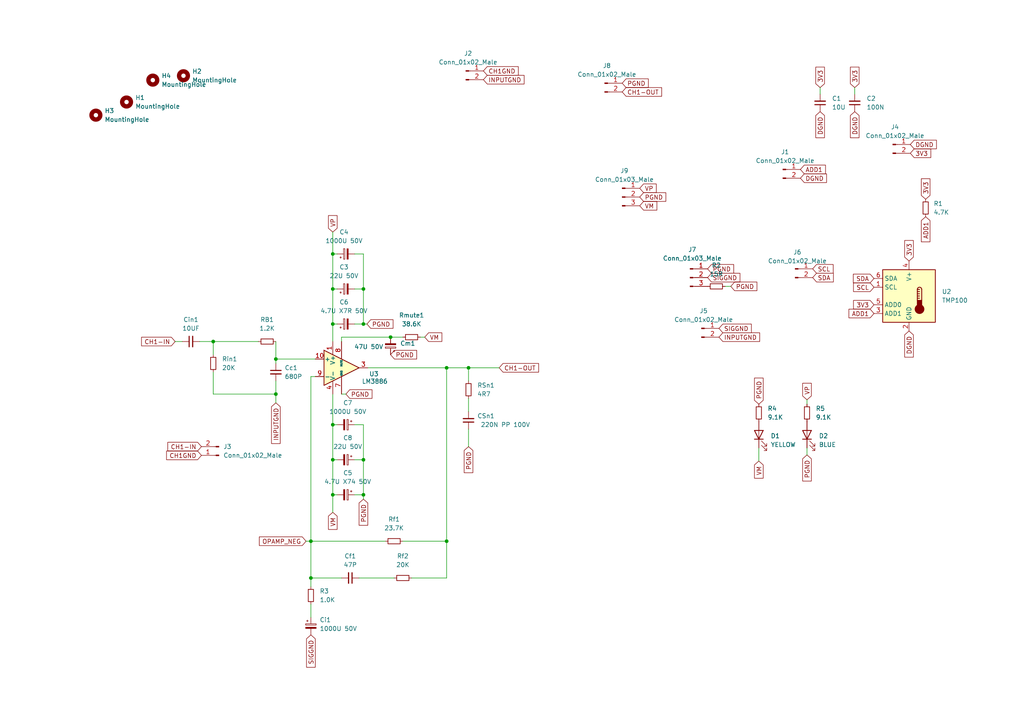
<source format=kicad_sch>
(kicad_sch (version 20230121) (generator eeschema)
  (paper "A4")
  (lib_symbols
    (symbol "Amplifier_Audio:LM3886" (pin_names (offset 0.127))
      (property "Reference" "U" (at 5.08 6.35 0))
      (property "Value" "LM3886" (at 5.08 3.81 0))
      (symbol "LM3886_0_1"
        (polyline (pts (xy -5.08 5.08) (xy 5.08 0) (xy -5.08 -5.08) (xy -5.08 5.08)) (stroke (width 0.254)) (fill (type background)))
      )
      (symbol "LM3886_1_1"
        (pin power_in line (at -2.54 7.62 270) (length 3.81) (name "V+") (number "1"))
        (pin input line (at -7.62 2.54 0) (length 2.54) (name "+") (number "10"))
        (pin no_connect line (at 2.54 2.54 270) (length 2.54) hide (name "NC") (number "11"))
        (pin no_connect line (at -2.54 2.54 270) (length 2.54) hide (name "NC") (number "2"))
        (pin output line (at 7.62 0 180) (length 2.54) (name "~") (number "3"))
        (pin power_in line (at -2.54 -7.62 90) (length 3.81) (name "V-") (number "4"))
        (pin passive line (at -2.54 7.62 270) (length 3.81) hide (name "V+") (number "5"))
        (pin no_connect line (at 0 2.54 270) (length 2.54) hide (name "NC") (number "6"))
        (pin power_in line (at 0 -7.62 90) (length 5.08) (name "GND") (number "7"))
        (pin input line (at 0 7.62 270) (length 5.08) (name "MUTE") (number "8"))
        (pin input line (at -7.62 -2.54 0) (length 2.54) (name "-") (number "9"))
      )
    )
    (symbol "Connector:Conn_01x02_Male" (pin_names (offset 1.016) hide)
      (property "Reference" "J" (at 0 2.54 0))
      (property "Value" "Conn_01x02_Male" (at 0 -5.08 0))
      (symbol "Conn_01x02_Male_1_1"
        (polyline (pts (xy 1.27 -2.54) (xy 0.8636 -2.54)) (stroke (width 0.1524)))
        (polyline (pts (xy 1.27 0) (xy 0.8636 0)) (stroke (width 0.1524)))
        (rectangle (start 0.8636 -2.413) (end 0 -2.667) (stroke (width 0.1524)) (fill (type outline)))
        (rectangle (start 0.8636 0.127) (end 0 -0.127) (stroke (width 0.1524)) (fill (type outline)))
        (pin passive line (at 5.08 0 180) (length 3.81) (name "Pin_1") (number "1"))
        (pin passive line (at 5.08 -2.54 180) (length 3.81) (name "Pin_2") (number "2"))
      )
    )
    (symbol "Connector:Conn_01x03_Male" (pin_names (offset 1.016) hide)
      (property "Reference" "J" (at 0 5.08 0))
      (property "Value" "Conn_01x03_Male" (at 0 -5.08 0))
      (symbol "Conn_01x03_Male_1_1"
        (polyline (pts (xy 1.27 -2.54) (xy 0.8636 -2.54)) (stroke (width 0.1524)))
        (polyline (pts (xy 1.27 0) (xy 0.8636 0)) (stroke (width 0.1524)))
        (polyline (pts (xy 1.27 2.54) (xy 0.8636 2.54)) (stroke (width 0.1524)))
        (rectangle (start 0.8636 -2.413) (end 0 -2.667) (stroke (width 0.1524)) (fill (type outline)))
        (rectangle (start 0.8636 0.127) (end 0 -0.127) (stroke (width 0.1524)) (fill (type outline)))
        (rectangle (start 0.8636 2.667) (end 0 2.413) (stroke (width 0.1524)) (fill (type outline)))
        (pin passive line (at 5.08 2.54 180) (length 3.81) (name "Pin_1") (number "1"))
        (pin passive line (at 5.08 0 180) (length 3.81) (name "Pin_2") (number "2"))
        (pin passive line (at 5.08 -2.54 180) (length 3.81) (name "Pin_3") (number "3"))
      )
    )
    (symbol "Device:C_Polarized_Small" (pin_numbers hide) (pin_names (offset 0.254) hide)
      (property "Reference" "C" (at 0.254 1.778 0))
      (property "Value" "C_Polarized_Small" (at 0.254 -2.032 0))
      (symbol "C_Polarized_Small_0_1"
        (rectangle (start -1.524 -0.3048) (end 1.524 -0.6858) (fill (type outline)))
        (rectangle (start -1.524 0.6858) (end 1.524 0.3048))
        (polyline (pts (xy -1.27 1.524) (xy -0.762 1.524)))
        (polyline (pts (xy -1.016 1.27) (xy -1.016 1.778)))
      )
      (symbol "C_Polarized_Small_1_1"
        (pin passive line (at 0 2.54 270) (length 1.8542) (name "~") (number "1"))
        (pin passive line (at 0 -2.54 90) (length 1.8542) (name "~") (number "2"))
      )
    )
    (symbol "Device:C_Small" (pin_numbers hide) (pin_names (offset 0.254) hide)
      (property "Reference" "C" (at 0.254 1.778 0))
      (property "Value" "C_Small" (at 0.254 -2.032 0))
      (symbol "C_Small_0_1"
        (polyline (pts (xy -1.524 -0.508) (xy 1.524 -0.508)) (stroke (width 0.3302)))
        (polyline (pts (xy -1.524 0.508) (xy 1.524 0.508)) (stroke (width 0.3048)))
      )
      (symbol "C_Small_1_1"
        (pin passive line (at 0 2.54 270) (length 2.032) (name "~") (number "1"))
        (pin passive line (at 0 -2.54 90) (length 2.032) (name "~") (number "2"))
      )
    )
    (symbol "Device:LED" (pin_numbers hide) (pin_names (offset 1.016) hide)
      (property "Reference" "D" (at 0 2.54 0))
      (property "Value" "LED" (at 0 -2.54 0))
      (symbol "LED_0_1"
        (polyline (pts (xy -1.27 -1.27) (xy -1.27 1.27)) (stroke (width 0.254)))
        (polyline (pts (xy -1.27 0) (xy 1.27 0)))
        (polyline (pts (xy 1.27 -1.27) (xy 1.27 1.27) (xy -1.27 0) (xy 1.27 -1.27)) (stroke (width 0.254)))
        (polyline (pts (xy -3.048 -0.762) (xy -4.572 -2.286) (xy -3.81 -2.286) (xy -4.572 -2.286) (xy -4.572 -1.524)))
        (polyline (pts (xy -1.778 -0.762) (xy -3.302 -2.286) (xy -2.54 -2.286) (xy -3.302 -2.286) (xy -3.302 -1.524)))
      )
      (symbol "LED_1_1"
        (pin passive line (at -3.81 0 0) (length 2.54) (name "K") (number "1"))
        (pin passive line (at 3.81 0 180) (length 2.54) (name "A") (number "2"))
      )
    )
    (symbol "Device:R_Small" (pin_numbers hide) (pin_names (offset 0.254) hide)
      (property "Reference" "R" (at 0.762 0.508 0))
      (property "Value" "R_Small" (at 0.762 -1.016 0))
      (symbol "R_Small_0_1"
        (rectangle (start -0.762 1.778) (end 0.762 -1.778) (stroke (width 0.2032)))
      )
      (symbol "R_Small_1_1"
        (pin passive line (at 0 2.54 270) (length 0.762) (name "~") (number "1"))
        (pin passive line (at 0 -2.54 90) (length 0.762) (name "~") (number "2"))
      )
    )
    (symbol "Mechanical:MountingHole" (pin_names (offset 1.016))
      (property "Reference" "H" (at 0 5.08 0))
      (property "Value" "MountingHole" (at 0 3.175 0))
      (symbol "MountingHole_0_1"
        (circle (center 0 0) (radius 1.27) (stroke (width 1.27)))
      )
    )
    (symbol "Sensor_Temperature:TMP100"
      (property "Reference" "U" (at 10.16 6.35 0))
      (property "Value" "TMP100" (at 12.7 3.81 0))
      (symbol "TMP100_0_1"
        (rectangle (start -7.62 7.62) (end 7.62 -7.62) (stroke (width 0.254)) (fill (type background)))
      )
      (symbol "TMP100_1_1"
        (polyline (pts (xy 2.413 -0.635) (xy 3.048 -0.635)) (stroke (width 0.254)))
        (polyline (pts (xy 2.413 0) (xy 3.048 0)) (stroke (width 0.254)))
        (polyline (pts (xy 2.413 0.635) (xy 3.048 0.635)) (stroke (width 0.254)))
        (polyline (pts (xy 2.413 1.27) (xy 3.048 1.27)) (stroke (width 0.254)))
        (polyline (pts (xy 2.413 1.905) (xy 2.413 -1.27)) (stroke (width 0.254)))
        (polyline (pts (xy 2.413 1.905) (xy 3.048 1.905)) (stroke (width 0.254)))
        (polyline (pts (xy 3.683 1.905) (xy 3.683 -1.27)) (stroke (width 0.254)))
        (circle (center 3.048 -3.81) (radius 1.27) (stroke (width 0.254)) (fill (type outline)))
        (rectangle (start 3.683 -3.175) (end 2.413 -1.27) (stroke (width 0.254)) (fill (type outline)))
        (arc (start 3.683 1.905) (mid 3.048 2.5373) (end 2.413 1.905) (stroke (width 0.254)))
        (pin input line (at -10.16 2.54 0) (length 2.54) (name "SCL") (number "1"))
        (pin power_in line (at 0 -10.16 90) (length 2.54) (name "GND") (number "2"))
        (pin input line (at -10.16 -5.08 0) (length 2.54) (name "ADD1") (number "3"))
        (pin power_in line (at 0 10.16 270) (length 2.54) (name "V+") (number "4"))
        (pin input line (at -10.16 -2.54 0) (length 2.54) (name "ADD0") (number "5"))
        (pin bidirectional line (at -10.16 5.08 0) (length 2.54) (name "SDA") (number "6"))
      )
    )
  )
  (junction (at 80.01 104.14))
  (junction (at 96.52 83.82))
  (junction (at 129.54 106.68))
  (junction (at 96.52 123.19))
  (junction (at 135.89 106.68))
  (junction (at 129.54 156.972))
  (junction (at 80.01 114.3))
  (junction (at 90.17 156.972))
  (junction (at 105.41 83.82))
  (junction (at 90.17 167.64))
  (junction (at 105.41 93.98))
  (junction (at 96.52 73.66))
  (junction (at 61.849 99.06))
  (junction (at 105.41 133.35))
  (junction (at 96.52 143.51))
  (junction (at 96.52 93.98))
  (junction (at 96.52 133.35))
  (junction (at 105.41 143.51))
  (junction (at 113.284 97.79))
  (wire (pts (xy 90.17 156.972) (xy 90.17 167.64)))
  (wire (pts (xy 116.84 156.972) (xy 129.54 156.972)))
  (wire (pts (xy 102.87 133.35) (xy 105.41 133.35)))
  (wire (pts (xy 80.01 104.14) (xy 91.44 104.14)))
  (wire (pts (xy 105.41 83.82) (xy 105.41 93.98)))
  (wire (pts (xy 135.89 115.57) (xy 135.89 119.38)))
  (wire (pts (xy 90.17 156.972) (xy 111.76 156.972)))
  (wire (pts (xy 121.92 97.79) (xy 123.19 97.79)))
  (wire (pts (xy 80.01 104.14) (xy 80.01 99.06)))
  (wire (pts (xy 61.849 114.3) (xy 80.01 114.3)))
  (wire (pts (xy 135.89 106.68) (xy 135.89 110.49)))
  (wire (pts (xy 88.773 156.972) (xy 90.17 156.972)))
  (wire (pts (xy 96.52 133.35) (xy 96.52 143.51)))
  (wire (pts (xy 96.52 123.19) (xy 96.52 133.35)))
  (wire (pts (xy 105.41 143.51) (xy 105.41 144.78)))
  (wire (pts (xy 129.54 106.68) (xy 129.54 156.972)))
  (wire (pts (xy 96.52 133.35) (xy 97.79 133.35)))
  (wire (pts (xy 129.54 156.972) (xy 129.54 167.64)))
  (wire (pts (xy 237.871 27.305) (xy 237.871 25.4)))
  (wire (pts (xy 105.41 73.66) (xy 105.41 83.82)))
  (wire (pts (xy 90.17 109.22) (xy 90.17 156.972)))
  (wire (pts (xy 119.38 167.64) (xy 129.54 167.64)))
  (wire (pts (xy 80.01 104.14) (xy 80.01 105.41)))
  (wire (pts (xy 105.41 93.98) (xy 106.426 93.98)))
  (wire (pts (xy 113.284 97.79) (xy 116.84 97.79)))
  (wire (pts (xy 96.52 143.51) (xy 97.79 143.51)))
  (wire (pts (xy 99.06 114.3) (xy 100.33 114.3)))
  (wire (pts (xy 102.87 73.66) (xy 105.41 73.66)))
  (wire (pts (xy 247.904 27.305) (xy 247.904 25.4)))
  (wire (pts (xy 50.8 99.06) (xy 52.832 99.06)))
  (wire (pts (xy 99.06 97.79) (xy 113.284 97.79)))
  (wire (pts (xy 61.849 99.06) (xy 61.849 102.87)))
  (wire (pts (xy 129.54 106.68) (xy 135.89 106.68)))
  (wire (pts (xy 96.52 83.82) (xy 97.79 83.82)))
  (wire (pts (xy 99.06 167.64) (xy 90.17 167.64)))
  (wire (pts (xy 102.87 143.51) (xy 105.41 143.51)))
  (wire (pts (xy 105.41 133.35) (xy 105.41 143.51)))
  (wire (pts (xy 96.52 73.66) (xy 96.52 83.82)))
  (wire (pts (xy 96.52 73.66) (xy 97.79 73.66)))
  (wire (pts (xy 105.41 123.19) (xy 105.41 133.35)))
  (wire (pts (xy 135.89 106.68) (xy 144.78 106.68)))
  (wire (pts (xy 220.091 133.731) (xy 220.091 129.921)))
  (wire (pts (xy 234.061 131.953) (xy 234.061 129.921)))
  (wire (pts (xy 61.849 107.95) (xy 61.849 114.3)))
  (wire (pts (xy 57.912 99.06) (xy 61.849 99.06)))
  (wire (pts (xy 91.44 109.22) (xy 90.17 109.22)))
  (wire (pts (xy 96.52 83.82) (xy 96.52 93.98)))
  (wire (pts (xy 135.89 124.46) (xy 135.89 129.54)))
  (wire (pts (xy 96.52 123.19) (xy 97.79 123.19)))
  (wire (pts (xy 80.01 114.3) (xy 80.01 110.49)))
  (wire (pts (xy 99.06 97.79) (xy 99.06 99.06)))
  (wire (pts (xy 102.87 83.82) (xy 105.41 83.82)))
  (wire (pts (xy 210.312 83.058) (xy 211.963 83.058)))
  (wire (pts (xy 90.17 175.26) (xy 90.17 179.07)))
  (wire (pts (xy 90.17 167.64) (xy 90.17 170.18)))
  (wire (pts (xy 102.87 93.98) (xy 105.41 93.98)))
  (wire (pts (xy 96.52 114.3) (xy 96.52 123.19)))
  (wire (pts (xy 106.68 106.68) (xy 129.54 106.68)))
  (wire (pts (xy 96.52 93.98) (xy 97.79 93.98)))
  (wire (pts (xy 96.52 143.51) (xy 96.52 148.59)))
  (wire (pts (xy 80.01 114.3) (xy 80.01 116.84)))
  (wire (pts (xy 104.14 167.64) (xy 114.3 167.64)))
  (wire (pts (xy 102.87 123.19) (xy 105.41 123.19)))
  (wire (pts (xy 234.061 115.951) (xy 234.061 117.221)))
  (wire (pts (xy 61.849 99.06) (xy 74.93 99.06)))
  (wire (pts (xy 96.52 93.98) (xy 96.52 99.06)))
  (wire (pts (xy 96.52 67.31) (xy 96.52 73.66)))
  (global_label "3V3" (shape input) (at 264.033 44.45 0) (property "Intersheetrefs" "${INTERSHEET_REFS}" (effects hide)))
  (global_label "ADD1" (shape input) (at 232.156 49.149 0) (property "Intersheetrefs" "${INTERSHEET_REFS}" (effects hide)))
  (global_label "CH1-OUT" (shape input) (at 144.78 106.68 0) (property "Intersheetrefs" "${INTERSHEET_REFS}" (effects hide)))
  (global_label "VP" (shape input) (at 234.061 115.951 90) (property "Intersheetrefs" "${INTERSHEET_REFS}" (effects hide)))
  (global_label "PGND" (shape input) (at 234.061 131.953 270) (property "Intersheetrefs" "${INTERSHEET_REFS}" (effects hide)))
  (global_label "DGND" (shape input) (at 237.871 32.385 270) (property "Intersheetrefs" "${INTERSHEET_REFS}" (effects hide)))
  (global_label "DGND" (shape input) (at 247.904 32.385 270) (property "Intersheetrefs" "${INTERSHEET_REFS}" (effects hide)))
  (global_label "PGND" (shape input) (at 105.41 144.78 270) (property "Intersheetrefs" "${INTERSHEET_REFS}" (effects hide)))
  (global_label "CH1-IN" (shape input) (at 58.42 129.54 180) (property "Intersheetrefs" "${INTERSHEET_REFS}" (effects hide)))
  (global_label "PGND" (shape input) (at 185.547 57.15 0) (property "Intersheetrefs" "${INTERSHEET_REFS}" (effects hide)))
  (global_label "CH1-IN" (shape input) (at 50.8 99.06 180) (property "Intersheetrefs" "${INTERSHEET_REFS}" (effects hide)))
  (global_label "PGND" (shape input) (at 211.963 83.058 0) (property "Intersheetrefs" "${INTERSHEET_REFS}" (effects hide)))
  (global_label "VP" (shape input) (at 185.547 54.61 0) (property "Intersheetrefs" "${INTERSHEET_REFS}" (effects hide)))
  (global_label "3V3" (shape input) (at 247.904 25.4 90) (property "Intersheetrefs" "${INTERSHEET_REFS}" (effects hide)))
  (global_label "SIGGND" (shape input) (at 90.17 184.15 270) (property "Intersheetrefs" "${INTERSHEET_REFS}" (effects hide)))
  (global_label "SIGGND" (shape input) (at 205.232 80.518 0) (property "Intersheetrefs" "${INTERSHEET_REFS}" (effects hide)))
  (global_label "OPAMP_NEG" (shape input) (at 88.773 156.972 180) (property "Intersheetrefs" "${INTERSHEET_REFS}" (effects hide)))
  (global_label "PGND" (shape input) (at 113.284 102.87 0) (property "Intersheetrefs" "${INTERSHEET_REFS}" (effects hide)))
  (global_label "PGND" (shape input) (at 205.232 77.978 0) (property "Intersheetrefs" "${INTERSHEET_REFS}" (effects hide)))
  (global_label "3V3" (shape input) (at 237.871 25.4 90) (property "Intersheetrefs" "${INTERSHEET_REFS}" (effects hide)))
  (global_label "DGND" (shape input) (at 264.033 41.91 0) (property "Intersheetrefs" "${INTERSHEET_REFS}" (effects hide)))
  (global_label "VM" (shape input) (at 185.547 59.69 0) (property "Intersheetrefs" "${INTERSHEET_REFS}" (effects hide)))
  (global_label "INPUTGND" (shape input) (at 140.208 23.114 0) (property "Intersheetrefs" "${INTERSHEET_REFS}" (effects hide)))
  (global_label "PGND" (shape input) (at 100.33 114.3 0) (property "Intersheetrefs" "${INTERSHEET_REFS}" (effects hide)))
  (global_label "SDA" (shape input) (at 235.712 80.518 0) (property "Intersheetrefs" "${INTERSHEET_REFS}" (effects hide)))
  (global_label "VM" (shape input) (at 220.091 133.731 270) (property "Intersheetrefs" "${INTERSHEET_REFS}" (effects hide)))
  (global_label "VP" (shape input) (at 96.52 67.31 90) (property "Intersheetrefs" "${INTERSHEET_REFS}" (effects hide)))
  (global_label "SIGGND" (shape input) (at 208.534 95.25 0) (property "Intersheetrefs" "${INTERSHEET_REFS}" (effects hide)))
  (global_label "3V3" (shape input) (at 268.478 57.785 90) (property "Intersheetrefs" "${INTERSHEET_REFS}" (effects hide)))
  (global_label "ADD1" (shape input) (at 268.478 62.865 270) (property "Intersheetrefs" "${INTERSHEET_REFS}" (effects hide)))
  (global_label "3V3" (shape input) (at 253.492 88.392 180) (property "Intersheetrefs" "${INTERSHEET_REFS}" (effects hide)))
  (global_label "PGND" (shape input) (at 220.091 117.221 90) (property "Intersheetrefs" "${INTERSHEET_REFS}" (effects hide)))
  (global_label "CH1GND" (shape input) (at 58.42 132.08 180) (property "Intersheetrefs" "${INTERSHEET_REFS}" (effects hide)))
  (global_label "CH1GND" (shape input) (at 140.208 20.574 0) (property "Intersheetrefs" "${INTERSHEET_REFS}" (effects hide)))
  (global_label "DGND" (shape input) (at 263.652 96.012 270) (property "Intersheetrefs" "${INTERSHEET_REFS}" (effects hide)))
  (global_label "PGND" (shape input) (at 106.426 93.98 0) (property "Intersheetrefs" "${INTERSHEET_REFS}" (effects hide)))
  (global_label "INPUTGND" (shape input) (at 80.01 116.84 270) (property "Intersheetrefs" "${INTERSHEET_REFS}" (effects hide)))
  (global_label "VM" (shape input) (at 123.19 97.79 0) (property "Intersheetrefs" "${INTERSHEET_REFS}" (effects hide)))
  (global_label "VM" (shape input) (at 96.52 148.59 270) (property "Intersheetrefs" "${INTERSHEET_REFS}" (effects hide)))
  (global_label "CH1-OUT" (shape input) (at 180.467 26.67 0) (property "Intersheetrefs" "${INTERSHEET_REFS}" (effects hide)))
  (global_label "3V3" (shape input) (at 263.652 75.692 90) (property "Intersheetrefs" "${INTERSHEET_REFS}" (effects hide)))
  (global_label "SDA" (shape input) (at 253.492 80.772 180) (property "Intersheetrefs" "${INTERSHEET_REFS}" (effects hide)))
  (global_label "SCL" (shape input) (at 235.712 77.978 0) (property "Intersheetrefs" "${INTERSHEET_REFS}" (effects hide)))
  (global_label "ADD1" (shape input) (at 253.492 90.932 180) (property "Intersheetrefs" "${INTERSHEET_REFS}" (effects hide)))
  (global_label "INPUTGND" (shape input) (at 208.534 97.79 0) (property "Intersheetrefs" "${INTERSHEET_REFS}" (effects hide)))
  (global_label "SCL" (shape input) (at 253.492 83.312 180) (property "Intersheetrefs" "${INTERSHEET_REFS}" (effects hide)))
  (global_label "DGND" (shape input) (at 232.156 51.689 0) (property "Intersheetrefs" "${INTERSHEET_REFS}" (effects hide)))
  (global_label "PGND" (shape input) (at 180.467 24.13 0) (property "Intersheetrefs" "${INTERSHEET_REFS}" (effects hide)))
  (global_label "PGND" (shape input) (at 135.89 129.54 270) (property "Intersheetrefs" "${INTERSHEET_REFS}" (effects hide)))
  (symbol (lib_id "Connector:Conn_01x03_Male") (at 180.467 57.15 0) (unit 1)
    (property "Reference" "J9" (at 181.102 49.53 0))
    (property "Value" "Conn_01x03_Male" (at 181.102 52.07 0))
    (property "Footprint" "Connector_JST:JST_VH_B3P-VH-B_1x03_P3.96mm_Vertical" (effects hide))
  )
  (symbol (lib_id "Device:R_Small") (at 234.061 119.761 180) (unit 1)
    (property "Reference" "R5" (at 236.601 118.4909 0) (effects (justify right)))
    (property "Value" "9.1K" (at 236.601 121.0309 0) (effects (justify right)))
    (property "Footprint" "Resistor_SMD:R_0805_2012Metric_Pad1.20x1.40mm_HandSolder" (effects hide))
  )
  (symbol (lib_id "Device:C_Polarized_Small") (at 100.33 143.51 270) (unit 1)
    (property "Reference" "C5" (at 100.8761 137.16 90))
    (property "Value" "4.7U X74 50V" (at 100.8761 139.7 90))
    (property "Footprint" "Capacitor_THT:C_Disc_D6.0mm_W4.4mm_P5.00mm" (effects hide))
  )
  (symbol (lib_id "Mechanical:MountingHole") (at 44.323 23.241 0) (unit 1)
    (property "Reference" "H4" (at 46.863 21.9709 0) (effects (justify left)))
    (property "Value" "MountingHole" (at 46.863 24.5109 0) (effects (justify left)))
    (property "Footprint" "MountingHole:MountingHole_3mm" (effects hide))
  )
  (symbol (lib_id "Device:R_Small") (at 207.772 83.058 90) (unit 1)
    (property "Reference" "R2" (at 207.772 76.962 90))
    (property "Value" "15R" (at 207.772 79.502 90))
    (property "Footprint" "Resistor_SMD:R_0805_2012Metric_Pad1.20x1.40mm_HandSolder" (effects hide))
  )
  (symbol (lib_id "Device:C_Polarized_Small") (at 90.17 181.61 0) (unit 1)
    (property "Reference" "Ci1" (at 92.71 179.7939 0) (effects (justify left)))
    (property "Value" "1000U 50V" (at 92.71 182.3339 0) (effects (justify left)))
    (property "Footprint" "Capacitor_THT:CP_Radial_D16.0mm_P7.50mm" (effects hide))
  )
  (symbol (lib_id "Device:R_Small") (at 135.89 113.03 180) (unit 1)
    (property "Reference" "RSn1" (at 138.43 111.7599 0) (effects (justify right)))
    (property "Value" "4R7" (at 138.43 114.2999 0) (effects (justify right)))
    (property "Footprint" "Resistor_THT:R_Axial_DIN0411_L9.9mm_D3.6mm_P12.70mm_Horizontal" (effects hide))
  )
  (symbol (lib_id "Device:R_Small") (at 114.3 156.972 270) (unit 1)
    (property "Reference" "Rf1" (at 114.3 150.622 90))
    (property "Value" "23.7K" (at 114.3 153.162 90))
    (property "Footprint" "Resistor_THT:R_Axial_DIN0207_L6.3mm_D2.5mm_P10.16mm_Horizontal" (effects hide))
  )
  (symbol (lib_id "Device:R_Small") (at 268.478 60.325 0) (unit 1)
    (property "Reference" "R1" (at 270.764 59.0549 0) (effects (justify left)))
    (property "Value" "4.7K" (at 270.764 61.5949 0) (effects (justify left)))
    (property "Footprint" "Resistor_SMD:R_0603_1608Metric_Pad0.98x0.95mm_HandSolder" (effects hide))
  )
  (symbol (lib_id "Connector:Conn_01x02_Male") (at 63.5 132.08 180) (unit 1)
    (property "Reference" "J3" (at 64.77 129.5399 0) (effects (justify right)))
    (property "Value" "Conn_01x02_Male" (at 64.77 132.0799 0) (effects (justify right)))
    (property "Footprint" "Connector_JST:JST_PH_B2B-PH-K_1x02_P2.00mm_Vertical" (effects hide))
  )
  (symbol (lib_id "Device:R_Small") (at 90.17 172.72 0) (unit 1)
    (property "Reference" "R3" (at 92.71 171.4499 0) (effects (justify left)))
    (property "Value" "1.0K" (at 92.71 173.9899 0) (effects (justify left)))
    (property "Footprint" "Resistor_THT:R_Axial_DIN0207_L6.3mm_D2.5mm_P10.16mm_Horizontal" (effects hide))
  )
  (symbol (lib_id "Device:C_Small") (at 55.372 99.06 90) (unit 1)
    (property "Reference" "Cin1" (at 55.3783 92.71 90))
    (property "Value" "10UF" (at 55.3783 95.25 90))
    (property "Footprint" "Capacitor_THT:CP_Radial_D5.0mm_P2.00mm" (effects hide))
  )
  (symbol (lib_id "Mechanical:MountingHole") (at 27.813 33.401 0) (unit 1)
    (property "Reference" "H3" (at 30.353 32.1309 0) (effects (justify left)))
    (property "Value" "MountingHole" (at 30.353 34.6709 0) (effects (justify left)))
    (property "Footprint" "MountingHole:MountingHole_3mm" (effects hide))
  )
  (symbol (lib_id "Device:R_Small") (at 116.84 167.64 270) (unit 1)
    (property "Reference" "Rf2" (at 116.84 161.29 90))
    (property "Value" "20K" (at 116.84 163.83 90))
    (property "Footprint" "Resistor_THT:R_Axial_DIN0207_L6.3mm_D2.5mm_P10.16mm_Horizontal" (effects hide))
  )
  (symbol (lib_id "Device:R_Small") (at 220.091 119.761 180) (unit 1)
    (property "Reference" "R4" (at 222.631 118.4909 0) (effects (justify right)))
    (property "Value" "9.1K" (at 222.631 121.0309 0) (effects (justify right)))
    (property "Footprint" "Resistor_SMD:R_0805_2012Metric_Pad1.20x1.40mm_HandSolder" (effects hide))
  )
  (symbol (lib_id "Device:C_Small") (at 237.871 29.845 180) (unit 1)
    (property "Reference" "C1" (at 241.3 28.5685 0) (effects (justify right)))
    (property "Value" "10U" (at 241.3 31.1085 0) (effects (justify right)))
    (property "Footprint" "Resistor_SMD:R_1206_3216Metric_Pad1.30x1.75mm_HandSolder" (effects hide))
  )
  (symbol (lib_id "Mechanical:MountingHole") (at 36.703 29.591 0) (unit 1)
    (property "Reference" "H1" (at 39.243 28.3209 0) (effects (justify left)))
    (property "Value" "MountingHole" (at 39.243 30.8609 0) (effects (justify left)))
    (property "Footprint" "MountingHole:MountingHole_3mm" (effects hide))
  )
  (symbol (lib_id "Connector:Conn_01x02_Male") (at 230.632 77.978 0) (unit 1)
    (property "Reference" "J6" (at 231.267 73.152 0))
    (property "Value" "Conn_01x02_Male" (at 231.267 75.692 0))
    (property "Footprint" "Connector_JST:JST_PH_B2B-PH-K_1x02_P2.00mm_Vertical" (effects hide))
  )
  (symbol (lib_id "Device:LED") (at 220.091 126.111 90) (unit 1)
    (property "Reference" "D1" (at 223.52 126.4284 90) (effects (justify right)))
    (property "Value" "YELLOW" (at 223.52 128.9684 90) (effects (justify right)))
    (property "Footprint" "LED_SMD:LED_0805_2012Metric_Pad1.15x1.40mm_HandSolder" (effects hide))
  )
  (symbol (lib_id "Device:R_Small") (at 61.849 105.41 180) (unit 1)
    (property "Reference" "Rin1" (at 64.389 104.1399 0) (effects (justify right)))
    (property "Value" "20K" (at 64.389 106.6799 0) (effects (justify right)))
    (property "Footprint" "Resistor_THT:R_Axial_DIN0207_L6.3mm_D2.5mm_P10.16mm_Horizontal" (effects hide))
  )
  (symbol (lib_id "Device:C_Small") (at 101.6 167.64 270) (unit 1)
    (property "Reference" "Cf1" (at 101.5936 161.29 90))
    (property "Value" "47P" (at 101.5936 163.83 90))
    (property "Footprint" "Capacitor_THT:C_Disc_D9.0mm_W5.0mm_P7.50mm" (effects hide))
  )
  (symbol (lib_id "Connector:Conn_01x02_Male") (at 135.128 20.574 0) (unit 1)
    (property "Reference" "J2" (at 135.763 15.494 0))
    (property "Value" "Conn_01x02_Male" (at 135.763 18.034 0))
    (property "Footprint" "Connector_PinHeader_2.54mm:PinHeader_1x02_P2.54mm_Vertical" (effects hide))
  )
  (symbol (lib_id "Mechanical:MountingHole") (at 53.213 21.971 0) (unit 1)
    (property "Reference" "H2" (at 55.753 20.7009 0) (effects (justify left)))
    (property "Value" "MountingHole" (at 55.753 23.2409 0) (effects (justify left)))
    (property "Footprint" "MountingHole:MountingHole_3mm" (effects hide))
  )
  (symbol (lib_id "Connector:Conn_01x02_Male") (at 175.387 24.13 0) (unit 1)
    (property "Reference" "J8" (at 176.022 19.05 0))
    (property "Value" "Conn_01x02_Male" (at 176.022 21.59 0))
    (property "Footprint" "Connector_JST:JST_VH_B2P-VH_1x02_P3.96mm_Vertical" (effects hide))
  )
  (symbol (lib_id "Connector:Conn_01x02_Male") (at 203.454 95.25 0) (unit 1)
    (property "Reference" "J5" (at 204.089 90.17 0))
    (property "Value" "Conn_01x02_Male" (at 204.089 92.71 0))
    (property "Footprint" "Connector_PinHeader_2.54mm:PinHeader_1x02_P2.54mm_Vertical" (effects hide))
  )
  (symbol (lib_id "Device:C_Polarized_Small") (at 100.33 83.82 90) (unit 1)
    (property "Reference" "C3" (at 99.7839 77.47 90))
    (property "Value" "22U 50V" (at 99.7839 80.01 90))
    (property "Footprint" "Capacitor_THT:CP_Radial_D6.3mm_P2.50mm" (effects hide))
  )
  (symbol (lib_id "Connector:Conn_01x02_Male") (at 258.953 41.91 0) (unit 1)
    (property "Reference" "J4" (at 259.588 36.83 0))
    (property "Value" "Conn_01x02_Male" (at 259.588 39.37 0))
    (property "Footprint" "Connector_JST:JST_PH_B2B-PH-K_1x02_P2.00mm_Vertical" (effects hide))
  )
  (symbol (lib_id "Device:C_Small") (at 247.904 29.845 180) (unit 1)
    (property "Reference" "C2" (at 251.333 28.5685 0) (effects (justify right)))
    (property "Value" "100N" (at 251.333 31.1085 0) (effects (justify right)))
    (property "Footprint" "Resistor_SMD:R_0805_2012Metric_Pad1.20x1.40mm_HandSolder" (effects hide))
  )
  (symbol (lib_id "Device:C_Small") (at 135.89 121.92 180) (unit 1)
    (property "Reference" "CSn1" (at 138.43 120.6435 0) (effects (justify right)))
    (property "Value" " 220N PP 100V" (at 138.43 123.1835 0) (effects (justify right)))
    (property "Footprint" "Capacitor_THT:C_Rect_L18.0mm_W7.0mm_P15.00mm_FKS3_FKP3" (effects hide))
  )
  (symbol (lib_id "Amplifier_Audio:LM3886") (at 99.06 106.68 0) (unit 1)
    (property "Reference" "U3" (at 108.458 108.458 0))
    (property "Value" "LM3886" (at 108.712 110.617 0))
    (property "Footprint" "Package_TO_SOT_THT:TO-220-11_P3.4x5.08mm_StaggerOdd_Lead4.85mm_Vertical" (effects hide))
    (property "Datasheet" "http://www.ti.com/lit/ds/symlink/lm3886.pdf" (effects hide))
  )
  (symbol (lib_id "Device:C_Polarized_Small") (at 113.284 100.33 180) (unit 1)
    (property "Reference" "Cm1" (at 116.078 99.606 0) (effects (justify right)))
    (property "Value" "47U 50V" (at 102.743 100.584 0) (effects (justify right)))
    (property "Footprint" "Capacitor_THT:CP_Radial_D6.3mm_P2.50mm" (effects hide))
  )
  (symbol (lib_id "Device:LED") (at 234.061 126.111 90) (unit 1)
    (property "Reference" "D2" (at 237.49 126.4284 90) (effects (justify right)))
    (property "Value" "BLUE" (at 237.49 128.9684 90) (effects (justify right)))
    (property "Footprint" "LED_SMD:LED_0805_2012Metric_Pad1.15x1.40mm_HandSolder" (effects hide))
  )
  (symbol (lib_id "Device:C_Polarized_Small") (at 100.33 93.98 90) (unit 1)
    (property "Reference" "C6" (at 99.7839 87.63 90))
    (property "Value" "4.7U X7R 50V" (at 99.7839 90.17 90))
    (property "Footprint" "Capacitor_THT:C_Disc_D6.0mm_W4.4mm_P5.00mm" (effects hide))
  )
  (symbol (lib_id "Device:R_Small") (at 119.38 97.79 90) (unit 1)
    (property "Reference" "Rmute1" (at 119.38 91.44 90))
    (property "Value" "38.6K" (at 119.38 93.98 90))
    (property "Footprint" "Resistor_THT:R_Axial_DIN0207_L6.3mm_D2.5mm_P10.16mm_Horizontal" (effects hide))
  )
  (symbol (lib_id "Connector:Conn_01x02_Male") (at 227.076 49.149 0) (unit 1)
    (property "Reference" "J1" (at 227.711 44.069 0))
    (property "Value" "Conn_01x02_Male" (at 227.711 46.609 0))
    (property "Footprint" "Connector_PinHeader_2.54mm:PinHeader_1x02_P2.54mm_Vertical" (effects hide))
  )
  (symbol (lib_id "Device:R_Small") (at 77.47 99.06 90) (unit 1)
    (property "Reference" "RB1" (at 77.47 92.71 90))
    (property "Value" "1.2K" (at 77.47 95.25 90))
    (property "Footprint" "Resistor_THT:R_Axial_DIN0207_L6.3mm_D2.5mm_P10.16mm_Horizontal" (effects hide))
  )
  (symbol (lib_id "Connector:Conn_01x03_Male") (at 200.152 80.518 0) (unit 1)
    (property "Reference" "J7" (at 200.787 72.39 0))
    (property "Value" "Conn_01x03_Male" (at 200.787 74.93 0))
    (property "Footprint" "Connector_PinHeader_2.54mm:PinHeader_1x03_P2.54mm_Vertical" (effects hide))
  )
  (symbol (lib_id "Device:C_Polarized_Small") (at 100.33 123.19 270) (unit 1)
    (property "Reference" "C7" (at 100.8761 116.84 90))
    (property "Value" "1000U 50V" (at 100.8761 119.38 90))
    (property "Footprint" "Capacitor_THT:CP_Radial_D12.5mm_P5.00mm" (effects hide))
  )
  (symbol (lib_id "Device:C_Polarized_Small") (at 100.33 133.35 270) (unit 1)
    (property "Reference" "C8" (at 100.8761 127 90))
    (property "Value" "22U 50V" (at 100.8761 129.54 90))
    (property "Footprint" "Capacitor_THT:CP_Radial_D6.3mm_P2.50mm" (effects hide))
  )
  (symbol (lib_id "Device:C_Small") (at 80.01 107.95 0) (unit 1)
    (property "Reference" "Cc1" (at 82.55 106.6862 0) (effects (justify left)))
    (property "Value" "680P" (at 82.55 109.2262 0) (effects (justify left)))
    (property "Footprint" "Capacitor_THT:C_Disc_D11.0mm_W5.0mm_P10.00mm" (effects hide))
  )
  (symbol (lib_id "Device:C_Polarized_Small") (at 100.33 73.66 90) (unit 1)
    (property "Reference" "C4" (at 99.7839 67.31 90))
    (property "Value" "1000U 50V" (at 99.7839 69.85 90))
    (property "Footprint" "Capacitor_THT:CP_Radial_D12.5mm_P5.00mm" (effects hide))
  )
  (symbol (lib_id "Sensor_Temperature:TMP100") (at 263.652 85.852 0) (unit 1)
    (property "Reference" "U2" (at 273.177 84.5819 0) (effects (justify left)))
    (property "Value" "TMP100" (at 273.177 87.1219 0) (effects (justify left)))
    (property "Footprint" "Package_TO_SOT_SMD:SOT-23-6" (effects hide))
    (property "Datasheet" "http://www.ti.com/lit/gpn/tmp100" (effects hide))
  )
)
</source>
